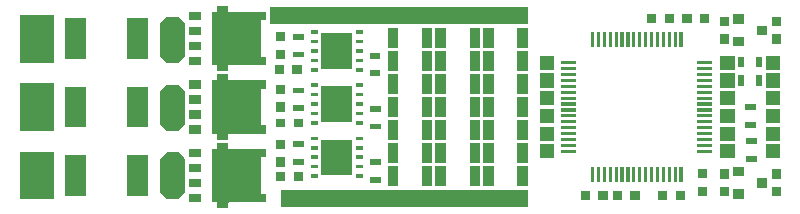
<source format=gbs>
%TF.GenerationSoftware,KiCad,Pcbnew,(5.0.0-rc2-dev-387-ge7ed41593)*%
%TF.CreationDate,2018-04-19T15:37:23+02:00*%
%TF.ProjectId,MINI VESC,4D494E4920564553432E6B696361645F,rev?*%
%TF.SameCoordinates,Original*%
%TF.FileFunction,Soldermask,Bot*%
%TF.FilePolarity,Negative*%
%FSLAX46Y46*%
G04 Gerber Fmt 4.6, Leading zero omitted, Abs format (unit mm)*
G04 Created by KiCad (PCBNEW (5.0.0-rc2-dev-387-ge7ed41593)) date 04/19/18 15:37:23*
%MOMM*%
%LPD*%
G01*
G04 APERTURE LIST*
%ADD10C,0.100000*%
G04 APERTURE END LIST*
D10*
G36*
X85295000Y-94470000D02*
X85295961Y-94479755D01*
X85298806Y-94489134D01*
X85303427Y-94497779D01*
X85309645Y-94505355D01*
X85317221Y-94511573D01*
X85325866Y-94516194D01*
X85335245Y-94519039D01*
X85345000Y-94520000D01*
X88495000Y-94520000D01*
X88495000Y-95270000D01*
X88120000Y-95270000D01*
X88110245Y-95270961D01*
X88100866Y-95273806D01*
X88092221Y-95278427D01*
X88084645Y-95284645D01*
X88078427Y-95292221D01*
X88073806Y-95300866D01*
X88070961Y-95310245D01*
X88070000Y-95320000D01*
X88070000Y-98280000D01*
X88070961Y-98289755D01*
X88073806Y-98299134D01*
X88078427Y-98307779D01*
X88084645Y-98315355D01*
X88092221Y-98321573D01*
X88100866Y-98326194D01*
X88110245Y-98329039D01*
X88120000Y-98330000D01*
X88495000Y-98330000D01*
X88495000Y-99080000D01*
X85345000Y-99080000D01*
X85335245Y-99080961D01*
X85325866Y-99083806D01*
X85317221Y-99088427D01*
X85309645Y-99094645D01*
X85303427Y-99102221D01*
X85298806Y-99110866D01*
X85295961Y-99120245D01*
X85295000Y-99130000D01*
X85295000Y-99575000D01*
X84390000Y-99575000D01*
X84390000Y-99130000D01*
X84389039Y-99120245D01*
X84386194Y-99110866D01*
X84381573Y-99102221D01*
X84375355Y-99094645D01*
X84367779Y-99088427D01*
X84359134Y-99083806D01*
X84349755Y-99080961D01*
X84340000Y-99080000D01*
X83965000Y-99080000D01*
X83965000Y-94520000D01*
X84340000Y-94520000D01*
X84349755Y-94519039D01*
X84359134Y-94516194D01*
X84367779Y-94511573D01*
X84375355Y-94505355D01*
X84381573Y-94497779D01*
X84386194Y-94489134D01*
X84389039Y-94479755D01*
X84390000Y-94470000D01*
X84390000Y-94025000D01*
X85295000Y-94025000D01*
X85295000Y-94470000D01*
X85295000Y-94470000D01*
G37*
G36*
X110700000Y-99500000D02*
X89800000Y-99500000D01*
X89800000Y-98000000D01*
X110700000Y-98000000D01*
X110700000Y-99500000D01*
X110700000Y-99500000D01*
G37*
G36*
X83000000Y-99080000D02*
X82000000Y-99080000D01*
X82000000Y-98330000D01*
X83000000Y-98330000D01*
X83000000Y-99080000D01*
X83000000Y-99080000D01*
G37*
G36*
X120150000Y-98875000D02*
X119350000Y-98875000D01*
X119350000Y-98125000D01*
X120150000Y-98125000D01*
X120150000Y-98875000D01*
X120150000Y-98875000D01*
G37*
G36*
X117450000Y-98875000D02*
X116650000Y-98875000D01*
X116650000Y-98125000D01*
X117450000Y-98125000D01*
X117450000Y-98875000D01*
X117450000Y-98875000D01*
G37*
G36*
X115950000Y-98875000D02*
X115150000Y-98875000D01*
X115150000Y-98125000D01*
X115950000Y-98125000D01*
X115950000Y-98875000D01*
X115950000Y-98875000D01*
G37*
G36*
X124000000Y-98875000D02*
X123200000Y-98875000D01*
X123200000Y-98125000D01*
X124000000Y-98125000D01*
X124000000Y-98875000D01*
X124000000Y-98875000D01*
G37*
G36*
X122500000Y-98875000D02*
X121700000Y-98875000D01*
X121700000Y-98125000D01*
X122500000Y-98125000D01*
X122500000Y-98875000D01*
X122500000Y-98875000D01*
G37*
G36*
X118650000Y-98875000D02*
X117850000Y-98875000D01*
X117850000Y-98125000D01*
X118650000Y-98125000D01*
X118650000Y-98875000D01*
X118650000Y-98875000D01*
G37*
G36*
X81539660Y-95284645D02*
X81635232Y-95384561D01*
X81642669Y-95390946D01*
X81650000Y-95395076D01*
X81650000Y-98205335D01*
X81644216Y-98208427D01*
X81635138Y-98216213D01*
X81100000Y-98800000D01*
X80100000Y-98800000D01*
X79564862Y-98216213D01*
X79557563Y-98209672D01*
X79550000Y-98205197D01*
X79550000Y-95395002D01*
X79556415Y-95391573D01*
X79564768Y-95384561D01*
X79666287Y-95278427D01*
X80100000Y-94825000D01*
X81100000Y-94825000D01*
X81539660Y-95284645D01*
X81539660Y-95284645D01*
G37*
G36*
X70550000Y-98800000D02*
X67650000Y-98800000D01*
X67650000Y-94800000D01*
X70550000Y-94800000D01*
X70550000Y-98800000D01*
X70550000Y-98800000D01*
G37*
G36*
X128950000Y-98767242D02*
X128050000Y-98767242D01*
X128050000Y-97967242D01*
X128950000Y-97967242D01*
X128950000Y-98767242D01*
X128950000Y-98767242D01*
G37*
G36*
X132075000Y-98567242D02*
X131325000Y-98567242D01*
X131325000Y-97767242D01*
X132075000Y-97767242D01*
X132075000Y-98567242D01*
X132075000Y-98567242D01*
G37*
G36*
X127675000Y-98567242D02*
X126925000Y-98567242D01*
X126925000Y-97767242D01*
X127675000Y-97767242D01*
X127675000Y-98567242D01*
X127675000Y-98567242D01*
G37*
G36*
X125875000Y-98550000D02*
X125125000Y-98550000D01*
X125125000Y-97750000D01*
X125875000Y-97750000D01*
X125875000Y-98550000D01*
X125875000Y-98550000D01*
G37*
G36*
X78500000Y-98500000D02*
X76700000Y-98500000D01*
X76700000Y-95100000D01*
X78500000Y-95100000D01*
X78500000Y-98500000D01*
X78500000Y-98500000D01*
G37*
G36*
X73300000Y-98500000D02*
X71500000Y-98500000D01*
X71500000Y-95100000D01*
X73300000Y-95100000D01*
X73300000Y-98500000D01*
X73300000Y-98500000D01*
G37*
G36*
X130950000Y-97817242D02*
X130050000Y-97817242D01*
X130050000Y-97017242D01*
X130950000Y-97017242D01*
X130950000Y-97817242D01*
X130950000Y-97817242D01*
G37*
G36*
X83000000Y-97810000D02*
X82000000Y-97810000D01*
X82000000Y-97060000D01*
X83000000Y-97060000D01*
X83000000Y-97810000D01*
X83000000Y-97810000D01*
G37*
G36*
X102600000Y-97700000D02*
X101700000Y-97700000D01*
X101700000Y-96000000D01*
X102600000Y-96000000D01*
X102600000Y-97700000D01*
X102600000Y-97700000D01*
G37*
G36*
X99700000Y-97700000D02*
X98800000Y-97700000D01*
X98800000Y-96000000D01*
X99700000Y-96000000D01*
X99700000Y-97700000D01*
X99700000Y-97700000D01*
G37*
G36*
X103750000Y-97700000D02*
X102850000Y-97700000D01*
X102850000Y-96000000D01*
X103750000Y-96000000D01*
X103750000Y-97700000D01*
X103750000Y-97700000D01*
G37*
G36*
X106650000Y-97700000D02*
X105750000Y-97700000D01*
X105750000Y-96000000D01*
X106650000Y-96000000D01*
X106650000Y-97700000D01*
X106650000Y-97700000D01*
G37*
G36*
X110700000Y-97700000D02*
X109800000Y-97700000D01*
X109800000Y-96000000D01*
X110700000Y-96000000D01*
X110700000Y-97700000D01*
X110700000Y-97700000D01*
G37*
G36*
X107800000Y-97700000D02*
X106900000Y-97700000D01*
X106900000Y-96000000D01*
X107800000Y-96000000D01*
X107800000Y-97700000D01*
X107800000Y-97700000D01*
G37*
G36*
X98250000Y-97400000D02*
X97350000Y-97400000D01*
X97350000Y-96900000D01*
X98250000Y-96900000D01*
X98250000Y-97400000D01*
X98250000Y-97400000D01*
G37*
G36*
X118284940Y-97385800D02*
X118014940Y-97385800D01*
X118014940Y-96115320D01*
X118284940Y-96115320D01*
X118284940Y-97385800D01*
X118284940Y-97385800D01*
G37*
G36*
X117284180Y-97385800D02*
X117014180Y-97385800D01*
X117014180Y-96115320D01*
X117284180Y-96115320D01*
X117284180Y-97385800D01*
X117284180Y-97385800D01*
G37*
G36*
X123286200Y-97385800D02*
X123016200Y-97385800D01*
X123016200Y-96115320D01*
X123286200Y-96115320D01*
X123286200Y-97385800D01*
X123286200Y-97385800D01*
G37*
G36*
X116285960Y-97385800D02*
X116015960Y-97385800D01*
X116015960Y-96115320D01*
X116285960Y-96115320D01*
X116285960Y-97385800D01*
X116285960Y-97385800D01*
G37*
G36*
X122285440Y-97385800D02*
X122015440Y-97385800D01*
X122015440Y-96115320D01*
X122285440Y-96115320D01*
X122285440Y-97385800D01*
X122285440Y-97385800D01*
G37*
G36*
X121785060Y-97385800D02*
X121515060Y-97385800D01*
X121515060Y-96115320D01*
X121785060Y-96115320D01*
X121785060Y-97385800D01*
X121785060Y-97385800D01*
G37*
G36*
X121284680Y-97385800D02*
X121014680Y-97385800D01*
X121014680Y-96115320D01*
X121284680Y-96115320D01*
X121284680Y-97385800D01*
X121284680Y-97385800D01*
G37*
G36*
X120784300Y-97385800D02*
X120514300Y-97385800D01*
X120514300Y-96115320D01*
X120784300Y-96115320D01*
X120784300Y-97385800D01*
X120784300Y-97385800D01*
G37*
G36*
X123784040Y-97385800D02*
X123514040Y-97385800D01*
X123514040Y-96115320D01*
X123784040Y-96115320D01*
X123784040Y-97385800D01*
X123784040Y-97385800D01*
G37*
G36*
X122785820Y-97385800D02*
X122515820Y-97385800D01*
X122515820Y-96115320D01*
X122785820Y-96115320D01*
X122785820Y-97385800D01*
X122785820Y-97385800D01*
G37*
G36*
X116783800Y-97385800D02*
X116513800Y-97385800D01*
X116513800Y-96115320D01*
X116783800Y-96115320D01*
X116783800Y-97385800D01*
X116783800Y-97385800D01*
G37*
G36*
X119786080Y-97385800D02*
X119516080Y-97385800D01*
X119516080Y-96115320D01*
X119786080Y-96115320D01*
X119786080Y-97385800D01*
X119786080Y-97385800D01*
G37*
G36*
X118785320Y-97385800D02*
X118515320Y-97385800D01*
X118515320Y-96115320D01*
X118785320Y-96115320D01*
X118785320Y-97385800D01*
X118785320Y-97385800D01*
G37*
G36*
X117784560Y-97385800D02*
X117514560Y-97385800D01*
X117514560Y-96115320D01*
X117784560Y-96115320D01*
X117784560Y-97385800D01*
X117784560Y-97385800D01*
G37*
G36*
X119285700Y-97385800D02*
X119015700Y-97385800D01*
X119015700Y-96115320D01*
X119285700Y-96115320D01*
X119285700Y-97385800D01*
X119285700Y-97385800D01*
G37*
G36*
X120283920Y-97385800D02*
X120013920Y-97385800D01*
X120013920Y-96115320D01*
X120283920Y-96115320D01*
X120283920Y-97385800D01*
X120283920Y-97385800D01*
G37*
G36*
X90150000Y-97275000D02*
X89350000Y-97275000D01*
X89350000Y-96525000D01*
X90150000Y-96525000D01*
X90150000Y-97275000D01*
X90150000Y-97275000D01*
G37*
G36*
X91650000Y-97275000D02*
X90850000Y-97275000D01*
X90850000Y-96525000D01*
X91650000Y-96525000D01*
X91650000Y-97275000D01*
X91650000Y-97275000D01*
G37*
G36*
X127675000Y-97067242D02*
X126925000Y-97067242D01*
X126925000Y-96267242D01*
X127675000Y-96267242D01*
X127675000Y-97067242D01*
X127675000Y-97067242D01*
G37*
G36*
X132075000Y-97067242D02*
X131325000Y-97067242D01*
X131325000Y-96267242D01*
X132075000Y-96267242D01*
X132075000Y-97067242D01*
X132075000Y-97067242D01*
G37*
G36*
X125875000Y-97050000D02*
X125125000Y-97050000D01*
X125125000Y-96250000D01*
X125875000Y-96250000D01*
X125875000Y-97050000D01*
X125875000Y-97050000D01*
G37*
G36*
X96700000Y-97000000D02*
X96100000Y-97000000D01*
X96100000Y-96700000D01*
X96700000Y-96700000D01*
X96700000Y-97000000D01*
X96700000Y-97000000D01*
G37*
G36*
X92900000Y-97000000D02*
X92300000Y-97000000D01*
X92300000Y-96700000D01*
X92900000Y-96700000D01*
X92900000Y-97000000D01*
X92900000Y-97000000D01*
G37*
G36*
X128950000Y-96867242D02*
X128050000Y-96867242D01*
X128050000Y-96067242D01*
X128950000Y-96067242D01*
X128950000Y-96867242D01*
X128950000Y-96867242D01*
G37*
G36*
X95800000Y-96750000D02*
X93200000Y-96750000D01*
X93200000Y-93750000D01*
X95800000Y-93750000D01*
X95800000Y-96750000D01*
X95800000Y-96750000D01*
G37*
G36*
X83000000Y-96540000D02*
X82000000Y-96540000D01*
X82000000Y-95790000D01*
X83000000Y-95790000D01*
X83000000Y-96540000D01*
X83000000Y-96540000D01*
G37*
G36*
X92900000Y-96200000D02*
X92300000Y-96200000D01*
X92300000Y-95900000D01*
X92900000Y-95900000D01*
X92900000Y-96200000D01*
X92900000Y-96200000D01*
G37*
G36*
X96700000Y-96200000D02*
X96100000Y-96200000D01*
X96100000Y-95900000D01*
X96700000Y-95900000D01*
X96700000Y-96200000D01*
X96700000Y-96200000D01*
G37*
G36*
X90125000Y-96050000D02*
X89375000Y-96050000D01*
X89375000Y-95250000D01*
X90125000Y-95250000D01*
X90125000Y-96050000D01*
X90125000Y-96050000D01*
G37*
G36*
X98250000Y-95900000D02*
X97350000Y-95900000D01*
X97350000Y-95400000D01*
X98250000Y-95400000D01*
X98250000Y-95900000D01*
X98250000Y-95900000D01*
G37*
G36*
X91700000Y-95900000D02*
X90800000Y-95900000D01*
X90800000Y-95400000D01*
X91700000Y-95400000D01*
X91700000Y-95900000D01*
X91700000Y-95900000D01*
G37*
G36*
X102600000Y-95750000D02*
X101700000Y-95750000D01*
X101700000Y-94050000D01*
X102600000Y-94050000D01*
X102600000Y-95750000D01*
X102600000Y-95750000D01*
G37*
G36*
X107800000Y-95750000D02*
X106900000Y-95750000D01*
X106900000Y-94050000D01*
X107800000Y-94050000D01*
X107800000Y-95750000D01*
X107800000Y-95750000D01*
G37*
G36*
X99700000Y-95750000D02*
X98800000Y-95750000D01*
X98800000Y-94050000D01*
X99700000Y-94050000D01*
X99700000Y-95750000D01*
X99700000Y-95750000D01*
G37*
G36*
X110700000Y-95750000D02*
X109800000Y-95750000D01*
X109800000Y-94050000D01*
X110700000Y-94050000D01*
X110700000Y-95750000D01*
X110700000Y-95750000D01*
G37*
G36*
X106650000Y-95750000D02*
X105750000Y-95750000D01*
X105750000Y-94050000D01*
X106650000Y-94050000D01*
X106650000Y-95750000D01*
X106650000Y-95750000D01*
G37*
G36*
X103750000Y-95750000D02*
X102850000Y-95750000D01*
X102850000Y-94050000D01*
X103750000Y-94050000D01*
X103750000Y-95750000D01*
X103750000Y-95750000D01*
G37*
G36*
X130050000Y-95650000D02*
X129150000Y-95650000D01*
X129150000Y-95150000D01*
X130050000Y-95150000D01*
X130050000Y-95650000D01*
X130050000Y-95650000D01*
G37*
G36*
X96700000Y-95400000D02*
X96100000Y-95400000D01*
X96100000Y-95100000D01*
X96700000Y-95100000D01*
X96700000Y-95400000D01*
X96700000Y-95400000D01*
G37*
G36*
X92900000Y-95400000D02*
X92300000Y-95400000D01*
X92300000Y-95100000D01*
X92900000Y-95100000D01*
X92900000Y-95400000D01*
X92900000Y-95400000D01*
G37*
G36*
X132050000Y-95350000D02*
X130850000Y-95350000D01*
X130850000Y-94150000D01*
X132050000Y-94150000D01*
X132050000Y-95350000D01*
X132050000Y-95350000D01*
G37*
G36*
X128175000Y-95350000D02*
X126975000Y-95350000D01*
X126975000Y-94150000D01*
X128175000Y-94150000D01*
X128175000Y-95350000D01*
X128175000Y-95350000D01*
G37*
G36*
X112900000Y-95350000D02*
X111700000Y-95350000D01*
X111700000Y-94150000D01*
X112900000Y-94150000D01*
X112900000Y-95350000D01*
X112900000Y-95350000D01*
G37*
G36*
X83000000Y-95270000D02*
X82000000Y-95270000D01*
X82000000Y-94520000D01*
X83000000Y-94520000D01*
X83000000Y-95270000D01*
X83000000Y-95270000D01*
G37*
G36*
X126285800Y-94884040D02*
X125015320Y-94884040D01*
X125015320Y-94614040D01*
X126285800Y-94614040D01*
X126285800Y-94884040D01*
X126285800Y-94884040D01*
G37*
G36*
X114784680Y-94884040D02*
X113514200Y-94884040D01*
X113514200Y-94614040D01*
X114784680Y-94614040D01*
X114784680Y-94884040D01*
X114784680Y-94884040D01*
G37*
G36*
X96700000Y-94600000D02*
X96100000Y-94600000D01*
X96100000Y-94300000D01*
X96700000Y-94300000D01*
X96700000Y-94600000D01*
X96700000Y-94600000D01*
G37*
G36*
X92900000Y-94600000D02*
X92300000Y-94600000D01*
X92300000Y-94300000D01*
X92900000Y-94300000D01*
X92900000Y-94600000D01*
X92900000Y-94600000D01*
G37*
G36*
X90125000Y-94550000D02*
X89375000Y-94550000D01*
X89375000Y-93750000D01*
X90125000Y-93750000D01*
X90125000Y-94550000D01*
X90125000Y-94550000D01*
G37*
G36*
X91700000Y-94400000D02*
X90800000Y-94400000D01*
X90800000Y-93900000D01*
X91700000Y-93900000D01*
X91700000Y-94400000D01*
X91700000Y-94400000D01*
G37*
G36*
X114784680Y-94386200D02*
X113514200Y-94386200D01*
X113514200Y-94116200D01*
X114784680Y-94116200D01*
X114784680Y-94386200D01*
X114784680Y-94386200D01*
G37*
G36*
X126285800Y-94386200D02*
X125015320Y-94386200D01*
X125015320Y-94116200D01*
X126285800Y-94116200D01*
X126285800Y-94386200D01*
X126285800Y-94386200D01*
G37*
G36*
X130050000Y-94150000D02*
X129150000Y-94150000D01*
X129150000Y-93650000D01*
X130050000Y-93650000D01*
X130050000Y-94150000D01*
X130050000Y-94150000D01*
G37*
G36*
X126285800Y-93885820D02*
X125015320Y-93885820D01*
X125015320Y-93615820D01*
X126285800Y-93615820D01*
X126285800Y-93885820D01*
X126285800Y-93885820D01*
G37*
G36*
X114784680Y-93885820D02*
X113514200Y-93885820D01*
X113514200Y-93615820D01*
X114784680Y-93615820D01*
X114784680Y-93885820D01*
X114784680Y-93885820D01*
G37*
G36*
X128175000Y-93850000D02*
X126975000Y-93850000D01*
X126975000Y-92650000D01*
X128175000Y-92650000D01*
X128175000Y-93850000D01*
X128175000Y-93850000D01*
G37*
G36*
X132050000Y-93850000D02*
X130850000Y-93850000D01*
X130850000Y-92650000D01*
X132050000Y-92650000D01*
X132050000Y-93850000D01*
X132050000Y-93850000D01*
G37*
G36*
X112900000Y-93850000D02*
X111700000Y-93850000D01*
X111700000Y-92650000D01*
X112900000Y-92650000D01*
X112900000Y-93850000D01*
X112900000Y-93850000D01*
G37*
G36*
X107800000Y-93800000D02*
X106900000Y-93800000D01*
X106900000Y-92100000D01*
X107800000Y-92100000D01*
X107800000Y-93800000D01*
X107800000Y-93800000D01*
G37*
G36*
X110700000Y-93800000D02*
X109800000Y-93800000D01*
X109800000Y-92100000D01*
X110700000Y-92100000D01*
X110700000Y-93800000D01*
X110700000Y-93800000D01*
G37*
G36*
X99700000Y-93800000D02*
X98800000Y-93800000D01*
X98800000Y-92100000D01*
X99700000Y-92100000D01*
X99700000Y-93800000D01*
X99700000Y-93800000D01*
G37*
G36*
X102600000Y-93800000D02*
X101700000Y-93800000D01*
X101700000Y-92100000D01*
X102600000Y-92100000D01*
X102600000Y-93800000D01*
X102600000Y-93800000D01*
G37*
G36*
X92900000Y-93800000D02*
X92300000Y-93800000D01*
X92300000Y-93500000D01*
X92900000Y-93500000D01*
X92900000Y-93800000D01*
X92900000Y-93800000D01*
G37*
G36*
X96700000Y-93800000D02*
X96100000Y-93800000D01*
X96100000Y-93500000D01*
X96700000Y-93500000D01*
X96700000Y-93800000D01*
X96700000Y-93800000D01*
G37*
G36*
X106650000Y-93800000D02*
X105750000Y-93800000D01*
X105750000Y-92100000D01*
X106650000Y-92100000D01*
X106650000Y-93800000D01*
X106650000Y-93800000D01*
G37*
G36*
X103750000Y-93800000D02*
X102850000Y-93800000D01*
X102850000Y-92100000D01*
X103750000Y-92100000D01*
X103750000Y-93800000D01*
X103750000Y-93800000D01*
G37*
G36*
X85295000Y-88670000D02*
X85295961Y-88679755D01*
X85298806Y-88689134D01*
X85303427Y-88697779D01*
X85309645Y-88705355D01*
X85317221Y-88711573D01*
X85325866Y-88716194D01*
X85335245Y-88719039D01*
X85345000Y-88720000D01*
X88495000Y-88720000D01*
X88495000Y-89470000D01*
X88120000Y-89470000D01*
X88110245Y-89470961D01*
X88100866Y-89473806D01*
X88092221Y-89478427D01*
X88084645Y-89484645D01*
X88078427Y-89492221D01*
X88073806Y-89500866D01*
X88070961Y-89510245D01*
X88070000Y-89520000D01*
X88070000Y-92480000D01*
X88070961Y-92489755D01*
X88073806Y-92499134D01*
X88078427Y-92507779D01*
X88084645Y-92515355D01*
X88092221Y-92521573D01*
X88100866Y-92526194D01*
X88110245Y-92529039D01*
X88120000Y-92530000D01*
X88495000Y-92530000D01*
X88495000Y-93280000D01*
X85345000Y-93280000D01*
X85335245Y-93280961D01*
X85325866Y-93283806D01*
X85317221Y-93288427D01*
X85309645Y-93294645D01*
X85303427Y-93302221D01*
X85298806Y-93310866D01*
X85295961Y-93320245D01*
X85295000Y-93330000D01*
X85295000Y-93775000D01*
X84390000Y-93775000D01*
X84390000Y-93330000D01*
X84389039Y-93320245D01*
X84386194Y-93310866D01*
X84381573Y-93302221D01*
X84375355Y-93294645D01*
X84367779Y-93288427D01*
X84359134Y-93283806D01*
X84349755Y-93280961D01*
X84340000Y-93280000D01*
X83965000Y-93280000D01*
X83965000Y-88720000D01*
X84340000Y-88720000D01*
X84349755Y-88719039D01*
X84359134Y-88716194D01*
X84367779Y-88711573D01*
X84375355Y-88705355D01*
X84381573Y-88697779D01*
X84386194Y-88689134D01*
X84389039Y-88679755D01*
X84390000Y-88670000D01*
X84390000Y-88225000D01*
X85295000Y-88225000D01*
X85295000Y-88670000D01*
X85295000Y-88670000D01*
G37*
G36*
X126285800Y-93385440D02*
X125015320Y-93385440D01*
X125015320Y-93115440D01*
X126285800Y-93115440D01*
X126285800Y-93385440D01*
X126285800Y-93385440D01*
G37*
G36*
X114784680Y-93385440D02*
X113514200Y-93385440D01*
X113514200Y-93115440D01*
X114784680Y-93115440D01*
X114784680Y-93385440D01*
X114784680Y-93385440D01*
G37*
G36*
X83000000Y-93280000D02*
X82000000Y-93280000D01*
X82000000Y-92530000D01*
X83000000Y-92530000D01*
X83000000Y-93280000D01*
X83000000Y-93280000D01*
G37*
G36*
X70550000Y-93000000D02*
X67650000Y-93000000D01*
X67650000Y-89000000D01*
X70550000Y-89000000D01*
X70550000Y-93000000D01*
X70550000Y-93000000D01*
G37*
G36*
X81635355Y-89635355D02*
X81642931Y-89641573D01*
X81650000Y-89645352D01*
X81650000Y-92454648D01*
X81642931Y-92458427D01*
X81635355Y-92464645D01*
X81100000Y-93000000D01*
X80100000Y-93000000D01*
X79564645Y-92464645D01*
X79557069Y-92458427D01*
X79550000Y-92454648D01*
X79550000Y-89645352D01*
X79557069Y-89641573D01*
X79564645Y-89635355D01*
X80100000Y-89100000D01*
X81100000Y-89100000D01*
X81635355Y-89635355D01*
X81635355Y-89635355D01*
G37*
G36*
X98250000Y-92900000D02*
X97350000Y-92900000D01*
X97350000Y-92400000D01*
X98250000Y-92400000D01*
X98250000Y-92900000D01*
X98250000Y-92900000D01*
G37*
G36*
X126285800Y-92885060D02*
X125015320Y-92885060D01*
X125015320Y-92615060D01*
X126285800Y-92615060D01*
X126285800Y-92885060D01*
X126285800Y-92885060D01*
G37*
G36*
X114784680Y-92885060D02*
X113514200Y-92885060D01*
X113514200Y-92615060D01*
X114784680Y-92615060D01*
X114784680Y-92885060D01*
X114784680Y-92885060D01*
G37*
G36*
X130000000Y-92750000D02*
X129100000Y-92750000D01*
X129100000Y-92250000D01*
X130000000Y-92250000D01*
X130000000Y-92750000D01*
X130000000Y-92750000D01*
G37*
G36*
X91650000Y-92725000D02*
X90850000Y-92725000D01*
X90850000Y-91975000D01*
X91650000Y-91975000D01*
X91650000Y-92725000D01*
X91650000Y-92725000D01*
G37*
G36*
X90150000Y-92725000D02*
X89350000Y-92725000D01*
X89350000Y-91975000D01*
X90150000Y-91975000D01*
X90150000Y-92725000D01*
X90150000Y-92725000D01*
G37*
G36*
X73300000Y-92700000D02*
X71500000Y-92700000D01*
X71500000Y-89300000D01*
X73300000Y-89300000D01*
X73300000Y-92700000D01*
X73300000Y-92700000D01*
G37*
G36*
X78500000Y-92700000D02*
X76700000Y-92700000D01*
X76700000Y-89300000D01*
X78500000Y-89300000D01*
X78500000Y-92700000D01*
X78500000Y-92700000D01*
G37*
G36*
X96700000Y-92500000D02*
X96100000Y-92500000D01*
X96100000Y-92200000D01*
X96700000Y-92200000D01*
X96700000Y-92500000D01*
X96700000Y-92500000D01*
G37*
G36*
X92900000Y-92500000D02*
X92300000Y-92500000D01*
X92300000Y-92200000D01*
X92900000Y-92200000D01*
X92900000Y-92500000D01*
X92900000Y-92500000D01*
G37*
G36*
X114784680Y-92384680D02*
X113514200Y-92384680D01*
X113514200Y-92114680D01*
X114784680Y-92114680D01*
X114784680Y-92384680D01*
X114784680Y-92384680D01*
G37*
G36*
X126285800Y-92384680D02*
X125015320Y-92384680D01*
X125015320Y-92114680D01*
X126285800Y-92114680D01*
X126285800Y-92384680D01*
X126285800Y-92384680D01*
G37*
G36*
X128175000Y-92350000D02*
X126975000Y-92350000D01*
X126975000Y-91150000D01*
X128175000Y-91150000D01*
X128175000Y-92350000D01*
X128175000Y-92350000D01*
G37*
G36*
X132050000Y-92350000D02*
X130850000Y-92350000D01*
X130850000Y-91150000D01*
X132050000Y-91150000D01*
X132050000Y-92350000D01*
X132050000Y-92350000D01*
G37*
G36*
X112900000Y-92350000D02*
X111700000Y-92350000D01*
X111700000Y-91150000D01*
X112900000Y-91150000D01*
X112900000Y-92350000D01*
X112900000Y-92350000D01*
G37*
G36*
X95800000Y-92250000D02*
X93200000Y-92250000D01*
X93200000Y-89250000D01*
X95800000Y-89250000D01*
X95800000Y-92250000D01*
X95800000Y-92250000D01*
G37*
G36*
X83000000Y-92010000D02*
X82000000Y-92010000D01*
X82000000Y-91260000D01*
X83000000Y-91260000D01*
X83000000Y-92010000D01*
X83000000Y-92010000D01*
G37*
G36*
X114784680Y-91884300D02*
X113514200Y-91884300D01*
X113514200Y-91614300D01*
X114784680Y-91614300D01*
X114784680Y-91884300D01*
X114784680Y-91884300D01*
G37*
G36*
X126285800Y-91884300D02*
X125015320Y-91884300D01*
X125015320Y-91614300D01*
X126285800Y-91614300D01*
X126285800Y-91884300D01*
X126285800Y-91884300D01*
G37*
G36*
X107800000Y-91850000D02*
X106900000Y-91850000D01*
X106900000Y-90150000D01*
X107800000Y-90150000D01*
X107800000Y-91850000D01*
X107800000Y-91850000D01*
G37*
G36*
X110700000Y-91850000D02*
X109800000Y-91850000D01*
X109800000Y-90150000D01*
X110700000Y-90150000D01*
X110700000Y-91850000D01*
X110700000Y-91850000D01*
G37*
G36*
X106650000Y-91850000D02*
X105750000Y-91850000D01*
X105750000Y-90150000D01*
X106650000Y-90150000D01*
X106650000Y-91850000D01*
X106650000Y-91850000D01*
G37*
G36*
X103750000Y-91850000D02*
X102850000Y-91850000D01*
X102850000Y-90150000D01*
X103750000Y-90150000D01*
X103750000Y-91850000D01*
X103750000Y-91850000D01*
G37*
G36*
X99700000Y-91850000D02*
X98800000Y-91850000D01*
X98800000Y-90150000D01*
X99700000Y-90150000D01*
X99700000Y-91850000D01*
X99700000Y-91850000D01*
G37*
G36*
X102600000Y-91850000D02*
X101700000Y-91850000D01*
X101700000Y-90150000D01*
X102600000Y-90150000D01*
X102600000Y-91850000D01*
X102600000Y-91850000D01*
G37*
G36*
X96700000Y-91700000D02*
X96100000Y-91700000D01*
X96100000Y-91400000D01*
X96700000Y-91400000D01*
X96700000Y-91700000D01*
X96700000Y-91700000D01*
G37*
G36*
X92900000Y-91700000D02*
X92300000Y-91700000D01*
X92300000Y-91400000D01*
X92900000Y-91400000D01*
X92900000Y-91700000D01*
X92900000Y-91700000D01*
G37*
G36*
X98250000Y-91400000D02*
X97350000Y-91400000D01*
X97350000Y-90900000D01*
X98250000Y-90900000D01*
X98250000Y-91400000D01*
X98250000Y-91400000D01*
G37*
G36*
X90125000Y-91400000D02*
X89375000Y-91400000D01*
X89375000Y-90600000D01*
X90125000Y-90600000D01*
X90125000Y-91400000D01*
X90125000Y-91400000D01*
G37*
G36*
X126285800Y-91383920D02*
X125015320Y-91383920D01*
X125015320Y-91113920D01*
X126285800Y-91113920D01*
X126285800Y-91383920D01*
X126285800Y-91383920D01*
G37*
G36*
X114784680Y-91383920D02*
X113514200Y-91383920D01*
X113514200Y-91113920D01*
X114784680Y-91113920D01*
X114784680Y-91383920D01*
X114784680Y-91383920D01*
G37*
G36*
X91700000Y-91350000D02*
X90800000Y-91350000D01*
X90800000Y-90850000D01*
X91700000Y-90850000D01*
X91700000Y-91350000D01*
X91700000Y-91350000D01*
G37*
G36*
X130000000Y-91250000D02*
X129100000Y-91250000D01*
X129100000Y-90750000D01*
X130000000Y-90750000D01*
X130000000Y-91250000D01*
X130000000Y-91250000D01*
G37*
G36*
X96700000Y-90900000D02*
X96100000Y-90900000D01*
X96100000Y-90600000D01*
X96700000Y-90600000D01*
X96700000Y-90900000D01*
X96700000Y-90900000D01*
G37*
G36*
X92900000Y-90900000D02*
X92300000Y-90900000D01*
X92300000Y-90600000D01*
X92900000Y-90600000D01*
X92900000Y-90900000D01*
X92900000Y-90900000D01*
G37*
G36*
X114784680Y-90886080D02*
X113514200Y-90886080D01*
X113514200Y-90616080D01*
X114784680Y-90616080D01*
X114784680Y-90886080D01*
X114784680Y-90886080D01*
G37*
G36*
X126285800Y-90886080D02*
X125015320Y-90886080D01*
X125015320Y-90616080D01*
X126285800Y-90616080D01*
X126285800Y-90886080D01*
X126285800Y-90886080D01*
G37*
G36*
X132050000Y-90850000D02*
X130850000Y-90850000D01*
X130850000Y-89650000D01*
X132050000Y-89650000D01*
X132050000Y-90850000D01*
X132050000Y-90850000D01*
G37*
G36*
X112900000Y-90850000D02*
X111700000Y-90850000D01*
X111700000Y-89650000D01*
X112900000Y-89650000D01*
X112900000Y-90850000D01*
X112900000Y-90850000D01*
G37*
G36*
X128175000Y-90850000D02*
X126975000Y-90850000D01*
X126975000Y-89650000D01*
X128175000Y-89650000D01*
X128175000Y-90850000D01*
X128175000Y-90850000D01*
G37*
G36*
X83000000Y-90740000D02*
X82000000Y-90740000D01*
X82000000Y-89990000D01*
X83000000Y-89990000D01*
X83000000Y-90740000D01*
X83000000Y-90740000D01*
G37*
G36*
X114784680Y-90385700D02*
X113514200Y-90385700D01*
X113514200Y-90115700D01*
X114784680Y-90115700D01*
X114784680Y-90385700D01*
X114784680Y-90385700D01*
G37*
G36*
X126285800Y-90385700D02*
X125015320Y-90385700D01*
X125015320Y-90115700D01*
X126285800Y-90115700D01*
X126285800Y-90385700D01*
X126285800Y-90385700D01*
G37*
G36*
X96700000Y-90100000D02*
X96100000Y-90100000D01*
X96100000Y-89800000D01*
X96700000Y-89800000D01*
X96700000Y-90100000D01*
X96700000Y-90100000D01*
G37*
G36*
X92900000Y-90100000D02*
X92300000Y-90100000D01*
X92300000Y-89800000D01*
X92900000Y-89800000D01*
X92900000Y-90100000D01*
X92900000Y-90100000D01*
G37*
G36*
X103750000Y-89900000D02*
X102850000Y-89900000D01*
X102850000Y-88200000D01*
X103750000Y-88200000D01*
X103750000Y-89900000D01*
X103750000Y-89900000D01*
G37*
G36*
X107800000Y-89900000D02*
X106900000Y-89900000D01*
X106900000Y-88200000D01*
X107800000Y-88200000D01*
X107800000Y-89900000D01*
X107800000Y-89900000D01*
G37*
G36*
X99700000Y-89900000D02*
X98800000Y-89900000D01*
X98800000Y-88200000D01*
X99700000Y-88200000D01*
X99700000Y-89900000D01*
X99700000Y-89900000D01*
G37*
G36*
X106650000Y-89900000D02*
X105750000Y-89900000D01*
X105750000Y-88200000D01*
X106650000Y-88200000D01*
X106650000Y-89900000D01*
X106650000Y-89900000D01*
G37*
G36*
X110700000Y-89900000D02*
X109800000Y-89900000D01*
X109800000Y-88200000D01*
X110700000Y-88200000D01*
X110700000Y-89900000D01*
X110700000Y-89900000D01*
G37*
G36*
X102600000Y-89900000D02*
X101700000Y-89900000D01*
X101700000Y-88200000D01*
X102600000Y-88200000D01*
X102600000Y-89900000D01*
X102600000Y-89900000D01*
G37*
G36*
X90125000Y-89900000D02*
X89375000Y-89900000D01*
X89375000Y-89100000D01*
X90125000Y-89100000D01*
X90125000Y-89900000D01*
X90125000Y-89900000D01*
G37*
G36*
X114784680Y-89885320D02*
X113514200Y-89885320D01*
X113514200Y-89615320D01*
X114784680Y-89615320D01*
X114784680Y-89885320D01*
X114784680Y-89885320D01*
G37*
G36*
X126285800Y-89885320D02*
X125015320Y-89885320D01*
X125015320Y-89615320D01*
X126285800Y-89615320D01*
X126285800Y-89885320D01*
X126285800Y-89885320D01*
G37*
G36*
X91700000Y-89850000D02*
X90800000Y-89850000D01*
X90800000Y-89350000D01*
X91700000Y-89350000D01*
X91700000Y-89850000D01*
X91700000Y-89850000D01*
G37*
G36*
X83000000Y-89470000D02*
X82000000Y-89470000D01*
X82000000Y-88720000D01*
X83000000Y-88720000D01*
X83000000Y-89470000D01*
X83000000Y-89470000D01*
G37*
G36*
X126285800Y-89384940D02*
X125015320Y-89384940D01*
X125015320Y-89114940D01*
X126285800Y-89114940D01*
X126285800Y-89384940D01*
X126285800Y-89384940D01*
G37*
G36*
X114784680Y-89384940D02*
X113514200Y-89384940D01*
X113514200Y-89114940D01*
X114784680Y-89114940D01*
X114784680Y-89384940D01*
X114784680Y-89384940D01*
G37*
G36*
X112900000Y-89350000D02*
X111700000Y-89350000D01*
X111700000Y-88150000D01*
X112900000Y-88150000D01*
X112900000Y-89350000D01*
X112900000Y-89350000D01*
G37*
G36*
X132050000Y-89350000D02*
X130850000Y-89350000D01*
X130850000Y-88150000D01*
X132050000Y-88150000D01*
X132050000Y-89350000D01*
X132050000Y-89350000D01*
G37*
G36*
X128175000Y-89350000D02*
X126975000Y-89350000D01*
X126975000Y-88150000D01*
X128175000Y-88150000D01*
X128175000Y-89350000D01*
X128175000Y-89350000D01*
G37*
G36*
X92900000Y-89300000D02*
X92300000Y-89300000D01*
X92300000Y-89000000D01*
X92900000Y-89000000D01*
X92900000Y-89300000D01*
X92900000Y-89300000D01*
G37*
G36*
X96700000Y-89300000D02*
X96100000Y-89300000D01*
X96100000Y-89000000D01*
X96700000Y-89000000D01*
X96700000Y-89300000D01*
X96700000Y-89300000D01*
G37*
G36*
X130500000Y-89200000D02*
X130000000Y-89200000D01*
X130000000Y-88300000D01*
X130500000Y-88300000D01*
X130500000Y-89200000D01*
X130500000Y-89200000D01*
G37*
G36*
X129000000Y-89200000D02*
X128500000Y-89200000D01*
X128500000Y-88300000D01*
X129000000Y-88300000D01*
X129000000Y-89200000D01*
X129000000Y-89200000D01*
G37*
G36*
X126285800Y-88884560D02*
X125015320Y-88884560D01*
X125015320Y-88614560D01*
X126285800Y-88614560D01*
X126285800Y-88884560D01*
X126285800Y-88884560D01*
G37*
G36*
X114784680Y-88884560D02*
X113514200Y-88884560D01*
X113514200Y-88614560D01*
X114784680Y-88614560D01*
X114784680Y-88884560D01*
X114784680Y-88884560D01*
G37*
G36*
X98200000Y-88400000D02*
X97300000Y-88400000D01*
X97300000Y-87900000D01*
X98200000Y-87900000D01*
X98200000Y-88400000D01*
X98200000Y-88400000D01*
G37*
G36*
X114784680Y-88384180D02*
X113514200Y-88384180D01*
X113514200Y-88114180D01*
X114784680Y-88114180D01*
X114784680Y-88384180D01*
X114784680Y-88384180D01*
G37*
G36*
X126285800Y-88384180D02*
X125015320Y-88384180D01*
X125015320Y-88114180D01*
X126285800Y-88114180D01*
X126285800Y-88384180D01*
X126285800Y-88384180D01*
G37*
G36*
X91550000Y-88175000D02*
X90750000Y-88175000D01*
X90750000Y-87425000D01*
X91550000Y-87425000D01*
X91550000Y-88175000D01*
X91550000Y-88175000D01*
G37*
G36*
X90050000Y-88175000D02*
X89250000Y-88175000D01*
X89250000Y-87425000D01*
X90050000Y-87425000D01*
X90050000Y-88175000D01*
X90050000Y-88175000D01*
G37*
G36*
X96700000Y-88000000D02*
X96100000Y-88000000D01*
X96100000Y-87700000D01*
X96700000Y-87700000D01*
X96700000Y-88000000D01*
X96700000Y-88000000D01*
G37*
G36*
X92900000Y-88000000D02*
X92300000Y-88000000D01*
X92300000Y-87700000D01*
X92900000Y-87700000D01*
X92900000Y-88000000D01*
X92900000Y-88000000D01*
G37*
G36*
X85295000Y-82870000D02*
X85295961Y-82879755D01*
X85298806Y-82889134D01*
X85303427Y-82897779D01*
X85309645Y-82905355D01*
X85317221Y-82911573D01*
X85325866Y-82916194D01*
X85335245Y-82919039D01*
X85345000Y-82920000D01*
X88495000Y-82920000D01*
X88495000Y-83670000D01*
X88120000Y-83670000D01*
X88110245Y-83670961D01*
X88100866Y-83673806D01*
X88092221Y-83678427D01*
X88084645Y-83684645D01*
X88078427Y-83692221D01*
X88073806Y-83700866D01*
X88070961Y-83710245D01*
X88070000Y-83720000D01*
X88070000Y-86680000D01*
X88070961Y-86689755D01*
X88073806Y-86699134D01*
X88078427Y-86707779D01*
X88084645Y-86715355D01*
X88092221Y-86721573D01*
X88100866Y-86726194D01*
X88110245Y-86729039D01*
X88120000Y-86730000D01*
X88495000Y-86730000D01*
X88495000Y-87480000D01*
X85345000Y-87480000D01*
X85335245Y-87480961D01*
X85325866Y-87483806D01*
X85317221Y-87488427D01*
X85309645Y-87494645D01*
X85303427Y-87502221D01*
X85298806Y-87510866D01*
X85295961Y-87520245D01*
X85295000Y-87530000D01*
X85295000Y-87975000D01*
X84390000Y-87975000D01*
X84390000Y-87530000D01*
X84389039Y-87520245D01*
X84386194Y-87510866D01*
X84381573Y-87502221D01*
X84375355Y-87494645D01*
X84367779Y-87488427D01*
X84359134Y-87483806D01*
X84349755Y-87480961D01*
X84340000Y-87480000D01*
X83965000Y-87480000D01*
X83965000Y-82920000D01*
X84340000Y-82920000D01*
X84349755Y-82919039D01*
X84359134Y-82916194D01*
X84367779Y-82911573D01*
X84375355Y-82905355D01*
X84381573Y-82897779D01*
X84386194Y-82889134D01*
X84389039Y-82879755D01*
X84390000Y-82870000D01*
X84390000Y-82425000D01*
X85295000Y-82425000D01*
X85295000Y-82870000D01*
X85295000Y-82870000D01*
G37*
G36*
X107800000Y-87950000D02*
X106900000Y-87950000D01*
X106900000Y-86250000D01*
X107800000Y-86250000D01*
X107800000Y-87950000D01*
X107800000Y-87950000D01*
G37*
G36*
X106650000Y-87950000D02*
X105750000Y-87950000D01*
X105750000Y-86250000D01*
X106650000Y-86250000D01*
X106650000Y-87950000D01*
X106650000Y-87950000D01*
G37*
G36*
X103750000Y-87950000D02*
X102850000Y-87950000D01*
X102850000Y-86250000D01*
X103750000Y-86250000D01*
X103750000Y-87950000D01*
X103750000Y-87950000D01*
G37*
G36*
X99700000Y-87950000D02*
X98800000Y-87950000D01*
X98800000Y-86250000D01*
X99700000Y-86250000D01*
X99700000Y-87950000D01*
X99700000Y-87950000D01*
G37*
G36*
X102600000Y-87950000D02*
X101700000Y-87950000D01*
X101700000Y-86250000D01*
X102600000Y-86250000D01*
X102600000Y-87950000D01*
X102600000Y-87950000D01*
G37*
G36*
X110700000Y-87950000D02*
X109800000Y-87950000D01*
X109800000Y-86250000D01*
X110700000Y-86250000D01*
X110700000Y-87950000D01*
X110700000Y-87950000D01*
G37*
G36*
X114784680Y-87883800D02*
X113514200Y-87883800D01*
X113514200Y-87613800D01*
X114784680Y-87613800D01*
X114784680Y-87883800D01*
X114784680Y-87883800D01*
G37*
G36*
X126285800Y-87883800D02*
X125015320Y-87883800D01*
X125015320Y-87613800D01*
X126285800Y-87613800D01*
X126285800Y-87883800D01*
X126285800Y-87883800D01*
G37*
G36*
X128175000Y-87850000D02*
X126975000Y-87850000D01*
X126975000Y-86650000D01*
X128175000Y-86650000D01*
X128175000Y-87850000D01*
X128175000Y-87850000D01*
G37*
G36*
X112900000Y-87850000D02*
X111700000Y-87850000D01*
X111700000Y-86650000D01*
X112900000Y-86650000D01*
X112900000Y-87850000D01*
X112900000Y-87850000D01*
G37*
G36*
X132050000Y-87850000D02*
X130850000Y-87850000D01*
X130850000Y-86650000D01*
X132050000Y-86650000D01*
X132050000Y-87850000D01*
X132050000Y-87850000D01*
G37*
G36*
X95800000Y-87750000D02*
X93200000Y-87750000D01*
X93200000Y-84750000D01*
X95800000Y-84750000D01*
X95800000Y-87750000D01*
X95800000Y-87750000D01*
G37*
G36*
X129000000Y-87650000D02*
X128500000Y-87650000D01*
X128500000Y-86750000D01*
X129000000Y-86750000D01*
X129000000Y-87650000D01*
X129000000Y-87650000D01*
G37*
G36*
X130500000Y-87650000D02*
X130000000Y-87650000D01*
X130000000Y-86750000D01*
X130500000Y-86750000D01*
X130500000Y-87650000D01*
X130500000Y-87650000D01*
G37*
G36*
X83000000Y-87480000D02*
X82000000Y-87480000D01*
X82000000Y-86730000D01*
X83000000Y-86730000D01*
X83000000Y-87480000D01*
X83000000Y-87480000D01*
G37*
G36*
X114784680Y-87385960D02*
X113514200Y-87385960D01*
X113514200Y-87115960D01*
X114784680Y-87115960D01*
X114784680Y-87385960D01*
X114784680Y-87385960D01*
G37*
G36*
X126285800Y-87385960D02*
X125015320Y-87385960D01*
X125015320Y-87115960D01*
X126285800Y-87115960D01*
X126285800Y-87385960D01*
X126285800Y-87385960D01*
G37*
G36*
X81635355Y-83885355D02*
X81642931Y-83891573D01*
X81650000Y-83895352D01*
X81650000Y-86704648D01*
X81642931Y-86708427D01*
X81635355Y-86714645D01*
X81100000Y-87250000D01*
X80100000Y-87250000D01*
X79564645Y-86714645D01*
X79557069Y-86708427D01*
X79550000Y-86704648D01*
X79550000Y-83895352D01*
X79557069Y-83891573D01*
X79564645Y-83885355D01*
X80100000Y-83350000D01*
X81100000Y-83350000D01*
X81635355Y-83885355D01*
X81635355Y-83885355D01*
G37*
G36*
X70600000Y-87250000D02*
X67650000Y-87250000D01*
X67650000Y-83200000D01*
X70600000Y-83200000D01*
X70600000Y-87250000D01*
X70600000Y-87250000D01*
G37*
G36*
X96700000Y-87200000D02*
X96100000Y-87200000D01*
X96100000Y-86900000D01*
X96700000Y-86900000D01*
X96700000Y-87200000D01*
X96700000Y-87200000D01*
G37*
G36*
X92900000Y-87200000D02*
X92300000Y-87200000D01*
X92300000Y-86900000D01*
X92900000Y-86900000D01*
X92900000Y-87200000D01*
X92900000Y-87200000D01*
G37*
G36*
X90125000Y-86950000D02*
X89375000Y-86950000D01*
X89375000Y-86150000D01*
X90125000Y-86150000D01*
X90125000Y-86950000D01*
X90125000Y-86950000D01*
G37*
G36*
X73300000Y-86900000D02*
X71500000Y-86900000D01*
X71500000Y-83500000D01*
X73300000Y-83500000D01*
X73300000Y-86900000D01*
X73300000Y-86900000D01*
G37*
G36*
X78500000Y-86900000D02*
X76700000Y-86900000D01*
X76700000Y-83500000D01*
X78500000Y-83500000D01*
X78500000Y-86900000D01*
X78500000Y-86900000D01*
G37*
G36*
X98200000Y-86900000D02*
X97300000Y-86900000D01*
X97300000Y-86400000D01*
X98200000Y-86400000D01*
X98200000Y-86900000D01*
X98200000Y-86900000D01*
G37*
G36*
X91700000Y-86800000D02*
X90800000Y-86800000D01*
X90800000Y-86300000D01*
X91700000Y-86300000D01*
X91700000Y-86800000D01*
X91700000Y-86800000D01*
G37*
G36*
X92900000Y-86400000D02*
X92300000Y-86400000D01*
X92300000Y-86100000D01*
X92900000Y-86100000D01*
X92900000Y-86400000D01*
X92900000Y-86400000D01*
G37*
G36*
X96700000Y-86400000D02*
X96100000Y-86400000D01*
X96100000Y-86100000D01*
X96700000Y-86100000D01*
X96700000Y-86400000D01*
X96700000Y-86400000D01*
G37*
G36*
X83000000Y-86210000D02*
X82000000Y-86210000D01*
X82000000Y-85460000D01*
X83000000Y-85460000D01*
X83000000Y-86210000D01*
X83000000Y-86210000D01*
G37*
G36*
X103750000Y-86000000D02*
X102850000Y-86000000D01*
X102850000Y-84300000D01*
X103750000Y-84300000D01*
X103750000Y-86000000D01*
X103750000Y-86000000D01*
G37*
G36*
X102600000Y-86000000D02*
X101700000Y-86000000D01*
X101700000Y-84300000D01*
X102600000Y-84300000D01*
X102600000Y-86000000D01*
X102600000Y-86000000D01*
G37*
G36*
X110700000Y-86000000D02*
X109800000Y-86000000D01*
X109800000Y-84300000D01*
X110700000Y-84300000D01*
X110700000Y-86000000D01*
X110700000Y-86000000D01*
G37*
G36*
X107800000Y-86000000D02*
X106900000Y-86000000D01*
X106900000Y-84300000D01*
X107800000Y-84300000D01*
X107800000Y-86000000D01*
X107800000Y-86000000D01*
G37*
G36*
X106650000Y-86000000D02*
X105750000Y-86000000D01*
X105750000Y-84300000D01*
X106650000Y-84300000D01*
X106650000Y-86000000D01*
X106650000Y-86000000D01*
G37*
G36*
X99700000Y-86000000D02*
X98800000Y-86000000D01*
X98800000Y-84300000D01*
X99700000Y-84300000D01*
X99700000Y-86000000D01*
X99700000Y-86000000D01*
G37*
G36*
X123286200Y-85884680D02*
X123016200Y-85884680D01*
X123016200Y-84614200D01*
X123286200Y-84614200D01*
X123286200Y-85884680D01*
X123286200Y-85884680D01*
G37*
G36*
X122785820Y-85884680D02*
X122515820Y-85884680D01*
X122515820Y-84614200D01*
X122785820Y-84614200D01*
X122785820Y-85884680D01*
X122785820Y-85884680D01*
G37*
G36*
X123784040Y-85884680D02*
X123514040Y-85884680D01*
X123514040Y-84614200D01*
X123784040Y-84614200D01*
X123784040Y-85884680D01*
X123784040Y-85884680D01*
G37*
G36*
X121785060Y-85884680D02*
X121515060Y-85884680D01*
X121515060Y-84614200D01*
X121785060Y-84614200D01*
X121785060Y-85884680D01*
X121785060Y-85884680D01*
G37*
G36*
X120784300Y-85884680D02*
X120514300Y-85884680D01*
X120514300Y-84614200D01*
X120784300Y-84614200D01*
X120784300Y-85884680D01*
X120784300Y-85884680D01*
G37*
G36*
X116285960Y-85884680D02*
X116015960Y-85884680D01*
X116015960Y-84614200D01*
X116285960Y-84614200D01*
X116285960Y-85884680D01*
X116285960Y-85884680D01*
G37*
G36*
X120283920Y-85884680D02*
X120013920Y-85884680D01*
X120013920Y-84614200D01*
X120283920Y-84614200D01*
X120283920Y-85884680D01*
X120283920Y-85884680D01*
G37*
G36*
X119786080Y-85884680D02*
X119516080Y-85884680D01*
X119516080Y-84614200D01*
X119786080Y-84614200D01*
X119786080Y-85884680D01*
X119786080Y-85884680D01*
G37*
G36*
X121284680Y-85884680D02*
X121014680Y-85884680D01*
X121014680Y-84614200D01*
X121284680Y-84614200D01*
X121284680Y-85884680D01*
X121284680Y-85884680D01*
G37*
G36*
X122285440Y-85884680D02*
X122015440Y-85884680D01*
X122015440Y-84614200D01*
X122285440Y-84614200D01*
X122285440Y-85884680D01*
X122285440Y-85884680D01*
G37*
G36*
X116783800Y-85884680D02*
X116513800Y-85884680D01*
X116513800Y-84614200D01*
X116783800Y-84614200D01*
X116783800Y-85884680D01*
X116783800Y-85884680D01*
G37*
G36*
X118785320Y-85884680D02*
X118515320Y-85884680D01*
X118515320Y-84614200D01*
X118785320Y-84614200D01*
X118785320Y-85884680D01*
X118785320Y-85884680D01*
G37*
G36*
X117284180Y-85884680D02*
X117014180Y-85884680D01*
X117014180Y-84614200D01*
X117284180Y-84614200D01*
X117284180Y-85884680D01*
X117284180Y-85884680D01*
G37*
G36*
X117784560Y-85884680D02*
X117514560Y-85884680D01*
X117514560Y-84614200D01*
X117784560Y-84614200D01*
X117784560Y-85884680D01*
X117784560Y-85884680D01*
G37*
G36*
X118284940Y-85884680D02*
X118014940Y-85884680D01*
X118014940Y-84614200D01*
X118284940Y-84614200D01*
X118284940Y-85884680D01*
X118284940Y-85884680D01*
G37*
G36*
X119285700Y-85884680D02*
X119015700Y-85884680D01*
X119015700Y-84614200D01*
X119285700Y-84614200D01*
X119285700Y-85884680D01*
X119285700Y-85884680D01*
G37*
G36*
X128950000Y-85850000D02*
X128050000Y-85850000D01*
X128050000Y-85050000D01*
X128950000Y-85050000D01*
X128950000Y-85850000D01*
X128950000Y-85850000D01*
G37*
G36*
X127675000Y-85650000D02*
X126925000Y-85650000D01*
X126925000Y-84850000D01*
X127675000Y-84850000D01*
X127675000Y-85650000D01*
X127675000Y-85650000D01*
G37*
G36*
X132075000Y-85650000D02*
X131325000Y-85650000D01*
X131325000Y-84850000D01*
X132075000Y-84850000D01*
X132075000Y-85650000D01*
X132075000Y-85650000D01*
G37*
G36*
X92900000Y-85600000D02*
X92300000Y-85600000D01*
X92300000Y-85300000D01*
X92900000Y-85300000D01*
X92900000Y-85600000D01*
X92900000Y-85600000D01*
G37*
G36*
X96700000Y-85600000D02*
X96100000Y-85600000D01*
X96100000Y-85300000D01*
X96700000Y-85300000D01*
X96700000Y-85600000D01*
X96700000Y-85600000D01*
G37*
G36*
X90125000Y-85450000D02*
X89375000Y-85450000D01*
X89375000Y-84650000D01*
X90125000Y-84650000D01*
X90125000Y-85450000D01*
X90125000Y-85450000D01*
G37*
G36*
X91700000Y-85300000D02*
X90800000Y-85300000D01*
X90800000Y-84800000D01*
X91700000Y-84800000D01*
X91700000Y-85300000D01*
X91700000Y-85300000D01*
G37*
G36*
X83000000Y-84940000D02*
X82000000Y-84940000D01*
X82000000Y-84190000D01*
X83000000Y-84190000D01*
X83000000Y-84940000D01*
X83000000Y-84940000D01*
G37*
G36*
X130950000Y-84900000D02*
X130050000Y-84900000D01*
X130050000Y-84100000D01*
X130950000Y-84100000D01*
X130950000Y-84900000D01*
X130950000Y-84900000D01*
G37*
G36*
X92900000Y-84800000D02*
X92300000Y-84800000D01*
X92300000Y-84500000D01*
X92900000Y-84500000D01*
X92900000Y-84800000D01*
X92900000Y-84800000D01*
G37*
G36*
X96700000Y-84800000D02*
X96100000Y-84800000D01*
X96100000Y-84500000D01*
X96700000Y-84500000D01*
X96700000Y-84800000D01*
X96700000Y-84800000D01*
G37*
G36*
X127675000Y-84150000D02*
X126925000Y-84150000D01*
X126925000Y-83350000D01*
X127675000Y-83350000D01*
X127675000Y-84150000D01*
X127675000Y-84150000D01*
G37*
G36*
X132075000Y-84150000D02*
X131325000Y-84150000D01*
X131325000Y-83350000D01*
X132075000Y-83350000D01*
X132075000Y-84150000D01*
X132075000Y-84150000D01*
G37*
G36*
X110700000Y-84000000D02*
X88850000Y-84000000D01*
X88850000Y-82500000D01*
X110700000Y-82500000D01*
X110700000Y-84000000D01*
X110700000Y-84000000D01*
G37*
G36*
X128950000Y-83950000D02*
X128050000Y-83950000D01*
X128050000Y-83150000D01*
X128950000Y-83150000D01*
X128950000Y-83950000D01*
X128950000Y-83950000D01*
G37*
G36*
X121550000Y-83875000D02*
X120750000Y-83875000D01*
X120750000Y-83125000D01*
X121550000Y-83125000D01*
X121550000Y-83875000D01*
X121550000Y-83875000D01*
G37*
G36*
X123050000Y-83875000D02*
X122250000Y-83875000D01*
X122250000Y-83125000D01*
X123050000Y-83125000D01*
X123050000Y-83875000D01*
X123050000Y-83875000D01*
G37*
G36*
X126050000Y-83875000D02*
X125250000Y-83875000D01*
X125250000Y-83125000D01*
X126050000Y-83125000D01*
X126050000Y-83875000D01*
X126050000Y-83875000D01*
G37*
G36*
X124550000Y-83875000D02*
X123750000Y-83875000D01*
X123750000Y-83125000D01*
X124550000Y-83125000D01*
X124550000Y-83875000D01*
X124550000Y-83875000D01*
G37*
G36*
X83000000Y-83670000D02*
X82000000Y-83670000D01*
X82000000Y-82920000D01*
X83000000Y-82920000D01*
X83000000Y-83670000D01*
X83000000Y-83670000D01*
G37*
M02*

</source>
